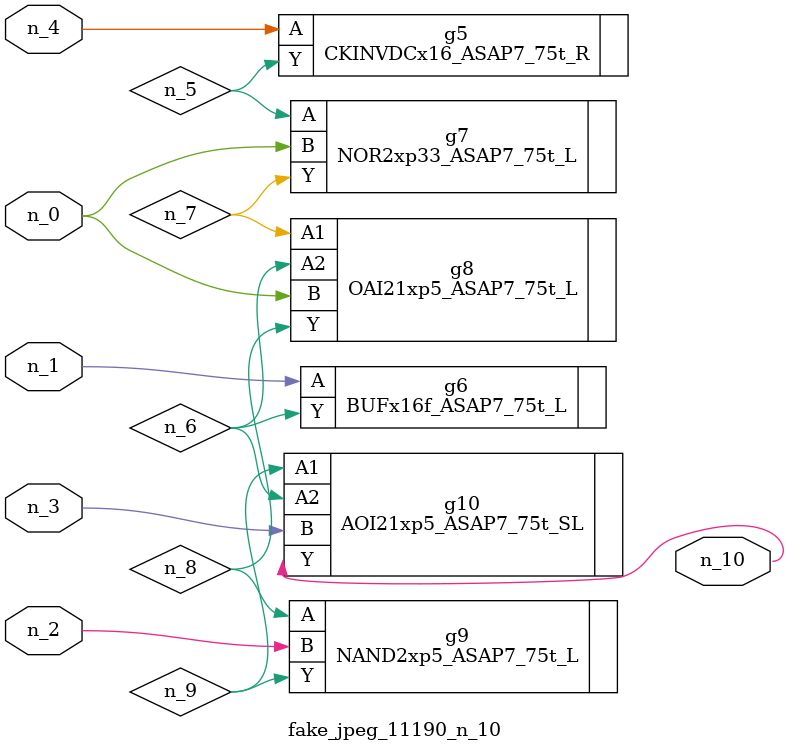
<source format=v>
module fake_jpeg_11190_n_10 (n_3, n_2, n_1, n_0, n_4, n_10);

input n_3;
input n_2;
input n_1;
input n_0;
input n_4;

output n_10;

wire n_8;
wire n_9;
wire n_6;
wire n_5;
wire n_7;

CKINVDCx16_ASAP7_75t_R g5 ( 
.A(n_4),
.Y(n_5)
);

BUFx16f_ASAP7_75t_L g6 ( 
.A(n_1),
.Y(n_6)
);

NOR2xp33_ASAP7_75t_L g7 ( 
.A(n_5),
.B(n_0),
.Y(n_7)
);

OAI21xp5_ASAP7_75t_L g8 ( 
.A1(n_7),
.A2(n_6),
.B(n_0),
.Y(n_8)
);

NAND2xp5_ASAP7_75t_L g9 ( 
.A(n_8),
.B(n_2),
.Y(n_9)
);

AOI21xp5_ASAP7_75t_SL g10 ( 
.A1(n_9),
.A2(n_6),
.B(n_3),
.Y(n_10)
);


endmodule
</source>
